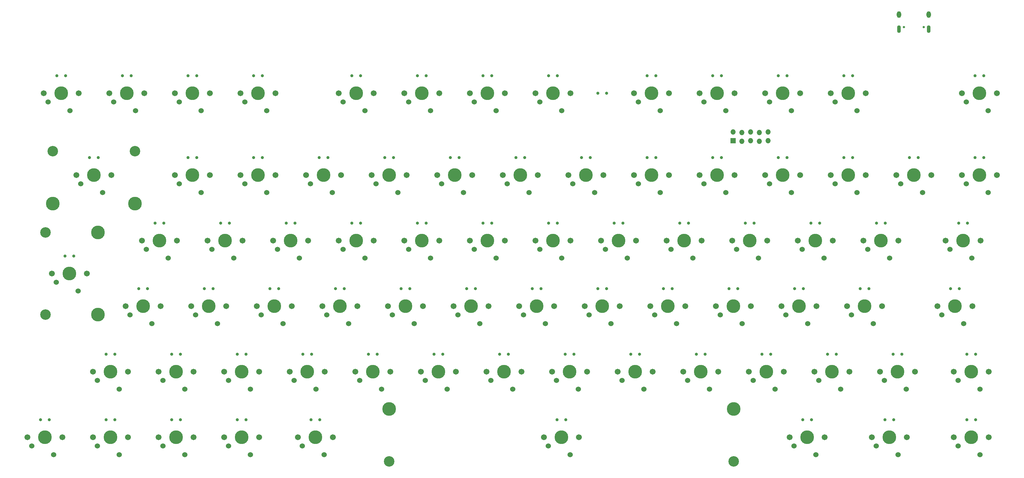
<source format=gbr>
%TF.GenerationSoftware,KiCad,Pcbnew,(6.0.2)*%
%TF.CreationDate,2022-03-05T21:23:46-03:00*%
%TF.ProjectId,BareDevRev2,42617265-4465-4765-9265-76322e6b6963,V1.1.0*%
%TF.SameCoordinates,Original*%
%TF.FileFunction,Soldermask,Bot*%
%TF.FilePolarity,Negative*%
%FSLAX46Y46*%
G04 Gerber Fmt 4.6, Leading zero omitted, Abs format (unit mm)*
G04 Created by KiCad (PCBNEW (6.0.2)) date 2022-03-05 21:23:46*
%MOMM*%
%LPD*%
G01*
G04 APERTURE LIST*
%ADD10C,1.524000*%
%ADD11C,1.701800*%
%ADD12C,3.987800*%
%ADD13C,0.889000*%
%ADD14C,3.048000*%
%ADD15R,1.524000X1.524000*%
%ADD16O,1.524000X1.524000*%
%ADD17C,0.650000*%
%ADD18O,1.100000X2.200000*%
%ADD19O,1.300000X1.900000*%
G04 APERTURE END LIST*
D10*
%TO.C,K_106*%
X182863512Y-52065000D03*
X189213512Y-54605000D03*
D11*
X191753512Y-49525000D03*
X181593512Y-49525000D03*
D12*
X186673512Y-49525000D03*
%TD*%
D11*
%TO.C,K_156*%
X281606012Y-130487500D03*
D10*
X289226012Y-135567500D03*
D12*
X286686012Y-130487500D03*
D11*
X291766012Y-130487500D03*
D10*
X282876012Y-133027500D03*
%TD*%
%TO.C,K_110*%
X97138512Y-52065000D03*
D12*
X100948512Y-49525000D03*
D11*
X106028512Y-49525000D03*
X95868512Y-49525000D03*
D10*
X103488512Y-54605000D03*
%TD*%
%TO.C,K_102*%
X274938512Y-54605000D03*
D11*
X277478512Y-49525000D03*
D12*
X272398512Y-49525000D03*
D10*
X268588512Y-52065000D03*
D11*
X267318512Y-49525000D03*
%TD*%
D13*
%TO.C,LED139*%
X92693512Y-87307500D03*
X90153512Y-87307500D03*
%TD*%
D11*
%TO.C,K_154*%
X72691012Y-111437500D03*
D10*
X63801012Y-113977500D03*
D11*
X62531012Y-111437500D03*
D12*
X67611012Y-111437500D03*
D10*
X70151012Y-116517500D03*
%TD*%
D12*
%TO.C,K_144*%
X258111012Y-111437500D03*
D11*
X263191012Y-111437500D03*
D10*
X254301012Y-113977500D03*
D11*
X253031012Y-111437500D03*
D10*
X260651012Y-116517500D03*
%TD*%
D13*
%TO.C,LED127*%
X54593512Y-68257500D03*
X52053512Y-68257500D03*
%TD*%
D10*
%TO.C,K_149*%
X159051012Y-113977500D03*
D12*
X162861012Y-111437500D03*
D11*
X167941012Y-111437500D03*
X157781012Y-111437500D03*
D10*
X165401012Y-116517500D03*
%TD*%
D13*
%TO.C,LED114*%
X309228512Y-68257500D03*
X311768512Y-68257500D03*
%TD*%
%TO.C,LED152*%
X106981012Y-106357500D03*
X104441012Y-106357500D03*
%TD*%
%TO.C,LED154*%
X66341012Y-106357500D03*
X68881012Y-106357500D03*
%TD*%
%TO.C,LED126*%
X80628512Y-68257500D03*
X83168512Y-68257500D03*
%TD*%
D11*
%TO.C,K_155*%
X303037262Y-130487500D03*
D10*
X304307262Y-133027500D03*
D12*
X308117262Y-130487500D03*
D10*
X310657262Y-135567500D03*
D11*
X313197262Y-130487500D03*
%TD*%
%TO.C,K_147*%
X195881012Y-111437500D03*
X206041012Y-111437500D03*
D10*
X197151012Y-113977500D03*
D12*
X200961012Y-111437500D03*
D10*
X203501012Y-116517500D03*
%TD*%
%TO.C,K_150*%
X140001012Y-113977500D03*
X146351012Y-116517500D03*
D11*
X138731012Y-111437500D03*
X148891012Y-111437500D03*
D12*
X143811012Y-111437500D03*
%TD*%
D13*
%TO.C,LED156*%
X285416012Y-125407500D03*
X287956012Y-125407500D03*
%TD*%
D12*
%TO.C,K_115*%
X291448512Y-73337500D03*
D11*
X286368512Y-73337500D03*
D10*
X293988512Y-78417500D03*
D11*
X296528512Y-73337500D03*
D10*
X287638512Y-75877500D03*
%TD*%
D11*
%TO.C,K_117*%
X258428512Y-73337500D03*
D12*
X253348512Y-73337500D03*
D10*
X255888512Y-78417500D03*
X249538512Y-75877500D03*
D11*
X248268512Y-73337500D03*
%TD*%
D13*
%TO.C,LED117*%
X252078512Y-68257500D03*
X254618512Y-68257500D03*
%TD*%
%TO.C,LED150*%
X145081012Y-106357500D03*
X142541012Y-106357500D03*
%TD*%
D11*
%TO.C,K_173*%
X122697262Y-149537500D03*
D10*
X113807262Y-152077500D03*
D12*
X117617262Y-149537500D03*
D11*
X112537262Y-149537500D03*
D10*
X120157262Y-154617500D03*
%TD*%
D11*
%TO.C,K_127*%
X58403512Y-73337500D03*
D12*
X65261512Y-81592500D03*
X53323512Y-73337500D03*
D11*
X48243512Y-73337500D03*
D12*
X41385512Y-81592500D03*
D10*
X49513512Y-75877500D03*
X55863512Y-78417500D03*
D14*
X41385512Y-66352500D03*
X65261512Y-66352500D03*
%TD*%
D11*
%TO.C,K_112*%
X57768512Y-49525000D03*
D12*
X62848512Y-49525000D03*
D11*
X67928512Y-49525000D03*
D10*
X65388512Y-54605000D03*
X59038512Y-52065000D03*
%TD*%
D13*
%TO.C,LED155*%
X309387262Y-125407500D03*
X306847262Y-125407500D03*
%TD*%
%TO.C,LED118*%
X235568512Y-68257500D03*
X233028512Y-68257500D03*
%TD*%
%TO.C,LED122*%
X156828512Y-68257500D03*
X159368512Y-68257500D03*
%TD*%
%TO.C,LED104*%
X233028512Y-44445000D03*
X235568512Y-44445000D03*
%TD*%
%TO.C,LED167*%
X75866012Y-125407500D03*
X78406012Y-125407500D03*
%TD*%
%TO.C,LED115*%
X292718512Y-68257500D03*
X290178512Y-68257500D03*
%TD*%
%TO.C,LED166*%
X94916012Y-125407500D03*
X97456012Y-125407500D03*
%TD*%
D10*
%TO.C,K_177*%
X35226012Y-152077500D03*
D11*
X33956012Y-149537500D03*
X44116012Y-149537500D03*
D12*
X39036012Y-149537500D03*
D10*
X41576012Y-154617500D03*
%TD*%
D13*
%TO.C,LED148*%
X183181012Y-106357500D03*
X180641012Y-106357500D03*
%TD*%
%TO.C,LED138*%
X111743512Y-87307500D03*
X109203512Y-87307500D03*
%TD*%
%TO.C,LED162*%
X171116012Y-125407500D03*
X173656012Y-125407500D03*
%TD*%
%TO.C,LED106*%
X185403512Y-44445000D03*
X187943512Y-44445000D03*
%TD*%
%TO.C,LED163*%
X154606012Y-125407500D03*
X152066012Y-125407500D03*
%TD*%
%TO.C,LED105*%
X213978512Y-44445000D03*
X216518512Y-44445000D03*
%TD*%
D10*
%TO.C,K_125*%
X103488512Y-78417500D03*
X97138512Y-75877500D03*
D12*
X100948512Y-73337500D03*
D11*
X106028512Y-73337500D03*
X95868512Y-73337500D03*
%TD*%
D13*
%TO.C,LED158*%
X247316012Y-125407500D03*
X249856012Y-125407500D03*
%TD*%
D11*
%TO.C,K_116*%
X267318512Y-73337500D03*
D10*
X268588512Y-75877500D03*
D11*
X277478512Y-73337500D03*
D12*
X272398512Y-73337500D03*
D10*
X274938512Y-78417500D03*
%TD*%
D11*
%TO.C,K_160*%
X205406012Y-130487500D03*
D10*
X206676012Y-133027500D03*
D11*
X215566012Y-130487500D03*
D12*
X210486012Y-130487500D03*
D10*
X213026012Y-135567500D03*
%TD*%
D13*
%TO.C,LED112*%
X64118512Y-44445000D03*
X61578512Y-44445000D03*
%TD*%
%TO.C,LED168*%
X59356012Y-125407500D03*
X56816012Y-125407500D03*
%TD*%
%TO.C,LED109*%
X128253512Y-44445000D03*
X130793512Y-44445000D03*
%TD*%
D12*
%TO.C,K_138*%
X110473512Y-92387500D03*
D11*
X105393512Y-92387500D03*
D10*
X106663512Y-94927500D03*
X113013512Y-97467500D03*
D11*
X115553512Y-92387500D03*
%TD*%
D13*
%TO.C,LED177*%
X37766012Y-144457500D03*
X40306012Y-144457500D03*
%TD*%
%TO.C,LED147*%
X202231012Y-106357500D03*
X199691012Y-106357500D03*
%TD*%
D11*
%TO.C,K_152*%
X100631012Y-111437500D03*
D12*
X105711012Y-111437500D03*
D11*
X110791012Y-111437500D03*
D10*
X101901012Y-113977500D03*
X108251012Y-116517500D03*
%TD*%
D13*
%TO.C,LED144*%
X259381012Y-106357500D03*
X256841012Y-106357500D03*
%TD*%
D15*
%TO.C,X1*%
X238917270Y-63348639D03*
D16*
X238917270Y-60808639D03*
X241457270Y-63475639D03*
X241457270Y-60935639D03*
X243997270Y-63348639D03*
X243997270Y-60808639D03*
X246537270Y-63475639D03*
X246537270Y-60935639D03*
X249077270Y-63348639D03*
X249077270Y-60808639D03*
%TD*%
D13*
%TO.C,LED1*%
X202231012Y-49525000D03*
X199691012Y-49525000D03*
%TD*%
D12*
%TO.C,K_168*%
X58086012Y-130487500D03*
D10*
X60626012Y-135567500D03*
D11*
X53006012Y-130487500D03*
X63166012Y-130487500D03*
D10*
X54276012Y-133027500D03*
%TD*%
D13*
%TO.C,LED140*%
X71103512Y-87307500D03*
X73643512Y-87307500D03*
%TD*%
%TO.C,LED157*%
X266366012Y-125407500D03*
X268906012Y-125407500D03*
%TD*%
D10*
%TO.C,K_158*%
X244776012Y-133027500D03*
D11*
X253666012Y-130487500D03*
X243506012Y-130487500D03*
D12*
X248586012Y-130487500D03*
D10*
X251126012Y-135567500D03*
%TD*%
D11*
%TO.C,K_161*%
X196516012Y-130487500D03*
D10*
X187626012Y-133027500D03*
X193976012Y-135567500D03*
D12*
X191436012Y-130487500D03*
D11*
X186356012Y-130487500D03*
%TD*%
D13*
%TO.C,LED136*%
X147303512Y-87307500D03*
X149843512Y-87307500D03*
%TD*%
D12*
%TO.C,K_137*%
X129523512Y-92387500D03*
D10*
X125713512Y-94927500D03*
D11*
X124443512Y-92387500D03*
D10*
X132063512Y-97467500D03*
D11*
X134603512Y-92387500D03*
%TD*%
%TO.C,K_175*%
X72056012Y-149537500D03*
X82216012Y-149537500D03*
D10*
X73326012Y-152077500D03*
X79676012Y-154617500D03*
D12*
X77136012Y-149537500D03*
%TD*%
D13*
%TO.C,LED171*%
X261762262Y-144457500D03*
X259222262Y-144457500D03*
%TD*%
%TO.C,LED142*%
X304624762Y-106357500D03*
X302084762Y-106357500D03*
%TD*%
%TO.C,LED161*%
X190166012Y-125407500D03*
X192706012Y-125407500D03*
%TD*%
D11*
%TO.C,K_126*%
X86978512Y-73337500D03*
X76818512Y-73337500D03*
D10*
X84438512Y-78417500D03*
X78088512Y-75877500D03*
D12*
X81898512Y-73337500D03*
%TD*%
D10*
%TO.C,K_142*%
X299544762Y-113977500D03*
D11*
X298274762Y-111437500D03*
D12*
X303354762Y-111437500D03*
D10*
X305894762Y-116517500D03*
D11*
X308434762Y-111437500D03*
%TD*%
D13*
%TO.C,LED165*%
X116506012Y-125407500D03*
X113966012Y-125407500D03*
%TD*%
D10*
%TO.C,K_143*%
X279701012Y-116517500D03*
X273351012Y-113977500D03*
D12*
X277161012Y-111437500D03*
D11*
X282241012Y-111437500D03*
X272081012Y-111437500D03*
%TD*%
D13*
%TO.C,LED103*%
X252083512Y-44445000D03*
X254623512Y-44445000D03*
%TD*%
%TO.C,LED110*%
X99678512Y-44445000D03*
X102218512Y-44445000D03*
%TD*%
D11*
%TO.C,K_101*%
X315578512Y-49525000D03*
D10*
X313038512Y-54605000D03*
D11*
X305418512Y-49525000D03*
D12*
X310498512Y-49525000D03*
D10*
X306688512Y-52065000D03*
%TD*%
D12*
%TO.C,K_130*%
X262873512Y-92387500D03*
D10*
X265413512Y-97467500D03*
D11*
X257793512Y-92387500D03*
D10*
X259063512Y-94927500D03*
D11*
X267953512Y-92387500D03*
%TD*%
D13*
%TO.C,LED172*%
X190324762Y-144457500D03*
X187784762Y-144457500D03*
%TD*%
D12*
%TO.C,K_159*%
X229536012Y-130487500D03*
D11*
X224456012Y-130487500D03*
X234616012Y-130487500D03*
D10*
X225726012Y-133027500D03*
X232076012Y-135567500D03*
%TD*%
D11*
%TO.C,K_131*%
X248903512Y-92387500D03*
X238743512Y-92387500D03*
D10*
X240013512Y-94927500D03*
X246363512Y-97467500D03*
D12*
X243823512Y-92387500D03*
%TD*%
D11*
%TO.C,K_135*%
X172703512Y-92387500D03*
X162543512Y-92387500D03*
D12*
X167623512Y-92387500D03*
D10*
X163813512Y-94927500D03*
X170163512Y-97467500D03*
%TD*%
D11*
%TO.C,K_109*%
X124443512Y-49525000D03*
D12*
X129523512Y-49525000D03*
D11*
X134603512Y-49525000D03*
D10*
X125713512Y-52065000D03*
X132063512Y-54605000D03*
%TD*%
%TO.C,K_108*%
X151113512Y-54605000D03*
D12*
X148573512Y-49525000D03*
D10*
X144763512Y-52065000D03*
D11*
X143493512Y-49525000D03*
X153653512Y-49525000D03*
%TD*%
D13*
%TO.C,LED101*%
X311768330Y-44445440D03*
X309228330Y-44445440D03*
%TD*%
%TO.C,LED120*%
X197468512Y-68257500D03*
X194928512Y-68257500D03*
%TD*%
D10*
%TO.C,K_132*%
X227313512Y-97467500D03*
D11*
X229853512Y-92387500D03*
D12*
X224773512Y-92387500D03*
D11*
X219693512Y-92387500D03*
D10*
X220963512Y-94927500D03*
%TD*%
D13*
%TO.C,LED134*%
X185403512Y-87307500D03*
X187943512Y-87307500D03*
%TD*%
%TO.C,LED174*%
X94916012Y-144457500D03*
X97456012Y-144457500D03*
%TD*%
D11*
%TO.C,K_107*%
X162543512Y-49525000D03*
X172703512Y-49525000D03*
D10*
X163813512Y-52065000D03*
D12*
X167623512Y-49525000D03*
D10*
X170163512Y-54605000D03*
%TD*%
%TO.C,K_171*%
X256682262Y-152077500D03*
X263032262Y-154617500D03*
D11*
X265572262Y-149537500D03*
D12*
X260492262Y-149537500D03*
D11*
X255412262Y-149537500D03*
%TD*%
D17*
%TO.C,J401*%
X288558512Y-30316354D03*
X294338512Y-30316354D03*
D18*
X295748512Y-30867354D03*
D19*
X295748512Y-26667354D03*
X287148512Y-26667354D03*
D18*
X287148512Y-30867354D03*
%TD*%
D13*
%TO.C,LED176*%
X56816012Y-144457500D03*
X59356012Y-144457500D03*
%TD*%
D12*
%TO.C,K_140*%
X72373512Y-92387500D03*
D11*
X67293512Y-92387500D03*
D10*
X68563512Y-94927500D03*
D11*
X77453512Y-92387500D03*
D10*
X74913512Y-97467500D03*
%TD*%
D13*
%TO.C,LED133*%
X204453512Y-87307500D03*
X206993512Y-87307500D03*
%TD*%
D12*
%TO.C,K_123*%
X139048512Y-73337500D03*
D11*
X133968512Y-73337500D03*
D10*
X135238512Y-75877500D03*
D11*
X144128512Y-73337500D03*
D10*
X141588512Y-78417500D03*
%TD*%
D11*
%TO.C,K_148*%
X186991012Y-111437500D03*
D10*
X184451012Y-116517500D03*
X178101012Y-113977500D03*
D11*
X176831012Y-111437500D03*
D12*
X181911012Y-111437500D03*
%TD*%
D11*
%TO.C,K_124*%
X125078512Y-73337500D03*
D10*
X116188512Y-75877500D03*
D11*
X114918512Y-73337500D03*
D12*
X119998512Y-73337500D03*
D10*
X122538512Y-78417500D03*
%TD*%
D13*
%TO.C,LED169*%
X309387262Y-144457500D03*
X306847262Y-144457500D03*
%TD*%
D11*
%TO.C,K_166*%
X91106012Y-130487500D03*
D10*
X98726012Y-135567500D03*
X92376012Y-133027500D03*
D11*
X101266012Y-130487500D03*
D12*
X96186012Y-130487500D03*
%TD*%
D11*
%TO.C,K_167*%
X72056012Y-130487500D03*
X82216012Y-130487500D03*
D10*
X73326012Y-133027500D03*
D12*
X77136012Y-130487500D03*
D10*
X79676012Y-135567500D03*
%TD*%
%TO.C,K_103*%
X249543512Y-52065000D03*
D11*
X258433512Y-49525000D03*
D12*
X253353512Y-49525000D03*
D10*
X255893512Y-54605000D03*
D11*
X248273512Y-49525000D03*
%TD*%
D10*
%TO.C,K_129*%
X278113512Y-94927500D03*
D11*
X276843512Y-92387500D03*
D12*
X281923512Y-92387500D03*
D10*
X284463512Y-97467500D03*
D11*
X287003512Y-92387500D03*
%TD*%
D10*
%TO.C,K_165*%
X117776012Y-135567500D03*
X111426012Y-133027500D03*
D11*
X120316012Y-130487500D03*
X110156012Y-130487500D03*
D12*
X115236012Y-130487500D03*
%TD*%
D13*
%TO.C,LED119*%
X213978512Y-68257500D03*
X216518512Y-68257500D03*
%TD*%
D10*
%TO.C,K_151*%
X127301012Y-116517500D03*
D12*
X124761012Y-111437500D03*
D11*
X129841012Y-111437500D03*
X119681012Y-111437500D03*
D10*
X120951012Y-113977500D03*
%TD*%
D13*
%TO.C,LED151*%
X123491012Y-106357500D03*
X126031012Y-106357500D03*
%TD*%
%TO.C,LED121*%
X178418512Y-68257500D03*
X175878512Y-68257500D03*
%TD*%
%TO.C,LED153*%
X85391012Y-106357500D03*
X87931012Y-106357500D03*
%TD*%
D12*
%TO.C,K_139*%
X91423512Y-92387500D03*
D11*
X96503512Y-92387500D03*
D10*
X87613512Y-94927500D03*
D11*
X86343512Y-92387500D03*
D10*
X93963512Y-97467500D03*
%TD*%
%TO.C,K_119*%
X217788512Y-78417500D03*
X211438512Y-75877500D03*
D11*
X210168512Y-73337500D03*
X220328512Y-73337500D03*
D12*
X215248512Y-73337500D03*
%TD*%
D11*
%TO.C,K_114*%
X315578512Y-73337500D03*
D10*
X313038512Y-78417500D03*
D11*
X305418512Y-73337500D03*
D10*
X306688512Y-75877500D03*
D12*
X310498512Y-73337500D03*
%TD*%
D10*
%TO.C,K_157*%
X263826012Y-133027500D03*
D11*
X262556012Y-130487500D03*
D12*
X267636012Y-130487500D03*
D11*
X272716012Y-130487500D03*
D10*
X270176012Y-135567500D03*
%TD*%
D11*
%TO.C,K_113*%
X38718512Y-49525000D03*
D12*
X43798512Y-49525000D03*
D10*
X46338512Y-54605000D03*
D11*
X48878512Y-49525000D03*
D10*
X39988512Y-52065000D03*
%TD*%
%TO.C,K_169*%
X310657262Y-154617500D03*
D11*
X313197262Y-149537500D03*
D12*
X308117262Y-149537500D03*
D11*
X303037262Y-149537500D03*
D10*
X304307262Y-152077500D03*
%TD*%
D11*
%TO.C,K_164*%
X139366012Y-130487500D03*
X129206012Y-130487500D03*
D12*
X134286012Y-130487500D03*
D10*
X136826012Y-135567500D03*
X130476012Y-133027500D03*
%TD*%
D13*
%TO.C,LED123*%
X137778512Y-68257500D03*
X140318512Y-68257500D03*
%TD*%
D12*
%TO.C,K_153*%
X86661012Y-111437500D03*
D11*
X91741012Y-111437500D03*
X81581012Y-111437500D03*
D10*
X89201012Y-116517500D03*
X82851012Y-113977500D03*
%TD*%
D12*
%TO.C,K_118*%
X234298512Y-73337500D03*
D11*
X229218512Y-73337500D03*
D10*
X230488512Y-75877500D03*
X236838512Y-78417500D03*
D11*
X239378512Y-73337500D03*
%TD*%
D10*
%TO.C,K_145*%
X235251012Y-113977500D03*
D12*
X239061012Y-111437500D03*
D11*
X233981012Y-111437500D03*
X244141012Y-111437500D03*
D10*
X241601012Y-116517500D03*
%TD*%
D13*
%TO.C,LED149*%
X161591012Y-106357500D03*
X164131012Y-106357500D03*
%TD*%
%TO.C,LED128*%
X307006012Y-87307500D03*
X304466012Y-87307500D03*
%TD*%
%TO.C,LED129*%
X280653512Y-87307500D03*
X283193512Y-87307500D03*
%TD*%
D11*
%TO.C,K_120*%
X191118512Y-73337500D03*
D10*
X192388512Y-75877500D03*
D11*
X201278512Y-73337500D03*
D12*
X196198512Y-73337500D03*
D10*
X198738512Y-78417500D03*
%TD*%
D13*
%TO.C,LED125*%
X99678512Y-68257500D03*
X102218512Y-68257500D03*
%TD*%
%TO.C,LED143*%
X275891012Y-106357500D03*
X278431012Y-106357500D03*
%TD*%
D12*
%TO.C,K_172*%
X239092762Y-141282500D03*
D10*
X185244762Y-152077500D03*
D12*
X189054762Y-149537500D03*
D11*
X194134762Y-149537500D03*
D14*
X239092762Y-156522500D03*
D11*
X183974762Y-149537500D03*
D14*
X139016762Y-156522500D03*
D12*
X139016762Y-141282500D03*
D10*
X191594762Y-154617500D03*
%TD*%
%TO.C,K_121*%
X179688512Y-78417500D03*
D12*
X177148512Y-73337500D03*
D10*
X173338512Y-75877500D03*
D11*
X172068512Y-73337500D03*
X182228512Y-73337500D03*
%TD*%
%TO.C,K_104*%
X239378512Y-49525000D03*
D10*
X230488512Y-52065000D03*
X236838512Y-54605000D03*
D12*
X234298512Y-49525000D03*
D11*
X229218512Y-49525000D03*
%TD*%
D10*
%TO.C,K_162*%
X174926012Y-135567500D03*
X168576012Y-133027500D03*
D12*
X172386012Y-130487500D03*
D11*
X177466012Y-130487500D03*
X167306012Y-130487500D03*
%TD*%
%TO.C,K_146*%
X225091012Y-111437500D03*
X214931012Y-111437500D03*
D12*
X220011012Y-111437500D03*
D10*
X216201012Y-113977500D03*
X222551012Y-116517500D03*
%TD*%
%TO.C,K_134*%
X189213512Y-97467500D03*
D12*
X186673512Y-92387500D03*
D11*
X191753512Y-92387500D03*
X181593512Y-92387500D03*
D10*
X182863512Y-94927500D03*
%TD*%
D13*
%TO.C,LED132*%
X223503512Y-87307500D03*
X226043512Y-87307500D03*
%TD*%
%TO.C,LED111*%
X83168512Y-44445000D03*
X80628512Y-44445000D03*
%TD*%
%TO.C,LED102*%
X273668512Y-44445000D03*
X271128512Y-44445000D03*
%TD*%
%TO.C,LED170*%
X283034762Y-144457500D03*
X285574762Y-144457500D03*
%TD*%
D11*
%TO.C,K_163*%
X148256012Y-130487500D03*
D10*
X155876012Y-135567500D03*
X149526012Y-133027500D03*
D11*
X158416012Y-130487500D03*
D12*
X153336012Y-130487500D03*
%TD*%
D13*
%TO.C,LED131*%
X245093512Y-87307500D03*
X242553512Y-87307500D03*
%TD*%
D11*
%TO.C,K_136*%
X153653512Y-92387500D03*
D10*
X144763512Y-94927500D03*
D12*
X148573512Y-92387500D03*
D11*
X143493512Y-92387500D03*
D10*
X151113512Y-97467500D03*
%TD*%
D13*
%TO.C,LED175*%
X78406012Y-144457500D03*
X75866012Y-144457500D03*
%TD*%
D10*
%TO.C,K_170*%
X286844762Y-154617500D03*
X280494762Y-152077500D03*
D12*
X284304762Y-149537500D03*
D11*
X279224762Y-149537500D03*
X289384762Y-149537500D03*
%TD*%
D13*
%TO.C,LED173*%
X118887262Y-144457500D03*
X116347262Y-144457500D03*
%TD*%
%TO.C,LED137*%
X128253512Y-87307500D03*
X130793512Y-87307500D03*
%TD*%
%TO.C,LED145*%
X237791012Y-106357500D03*
X240331012Y-106357500D03*
%TD*%
%TO.C,LED160*%
X211756012Y-125407500D03*
X209216012Y-125407500D03*
%TD*%
%TO.C,LED146*%
X221281012Y-106357500D03*
X218741012Y-106357500D03*
%TD*%
D11*
%TO.C,K_111*%
X76818512Y-49525000D03*
D10*
X78088512Y-52065000D03*
D11*
X86978512Y-49525000D03*
D10*
X84438512Y-54605000D03*
D12*
X81898512Y-49525000D03*
%TD*%
D11*
%TO.C,K_174*%
X101266012Y-149537500D03*
D10*
X98726012Y-154617500D03*
X92376012Y-152077500D03*
D11*
X91106012Y-149537500D03*
D12*
X96186012Y-149537500D03*
%TD*%
D13*
%TO.C,LED141*%
X44909762Y-96832500D03*
X47449762Y-96832500D03*
%TD*%
D12*
%TO.C,K_133*%
X205723512Y-92387500D03*
D11*
X210803512Y-92387500D03*
D10*
X208263512Y-97467500D03*
X201913512Y-94927500D03*
D11*
X200643512Y-92387500D03*
%TD*%
D13*
%TO.C,LED130*%
X261603512Y-87307500D03*
X264143512Y-87307500D03*
%TD*%
%TO.C,LED164*%
X133016012Y-125407500D03*
X135556012Y-125407500D03*
%TD*%
%TO.C,LED108*%
X147303512Y-44445000D03*
X149843512Y-44445000D03*
%TD*%
D11*
%TO.C,K_176*%
X53006012Y-149537500D03*
X63166012Y-149537500D03*
D10*
X60626012Y-154617500D03*
D12*
X58086012Y-149537500D03*
D10*
X54276012Y-152077500D03*
%TD*%
D11*
%TO.C,K_105*%
X220328512Y-49525000D03*
D10*
X211438512Y-52065000D03*
D11*
X210168512Y-49525000D03*
D10*
X217788512Y-54605000D03*
D12*
X215248512Y-49525000D03*
%TD*%
D13*
%TO.C,LED135*%
X168893512Y-87307500D03*
X166353512Y-87307500D03*
%TD*%
D12*
%TO.C,K_122*%
X158098512Y-73337500D03*
D10*
X160638512Y-78417500D03*
X154288512Y-75877500D03*
D11*
X153018512Y-73337500D03*
X163178512Y-73337500D03*
%TD*%
D12*
%TO.C,K_128*%
X305736012Y-92387500D03*
D10*
X301926012Y-94927500D03*
D11*
X310816012Y-92387500D03*
X300656012Y-92387500D03*
D10*
X308276012Y-97467500D03*
%TD*%
D13*
%TO.C,LED159*%
X228266012Y-125407500D03*
X230806012Y-125407500D03*
%TD*%
%TO.C,LED113*%
X45068512Y-44445000D03*
X42528512Y-44445000D03*
%TD*%
%TO.C,LED107*%
X168893512Y-44445000D03*
X166353512Y-44445000D03*
%TD*%
%TO.C,LED124*%
X118728512Y-68257500D03*
X121268512Y-68257500D03*
%TD*%
%TO.C,LED116*%
X273668512Y-68257500D03*
X271128512Y-68257500D03*
%TD*%
D14*
%TO.C,K_141*%
X39194762Y-89974500D03*
D12*
X54434762Y-113850500D03*
D10*
X48719762Y-106992500D03*
D12*
X54434762Y-89974500D03*
D14*
X39194762Y-113850500D03*
D10*
X42369762Y-104452500D03*
D11*
X51259762Y-101912500D03*
D12*
X46179762Y-101912500D03*
D11*
X41099762Y-101912500D03*
%TD*%
M02*

</source>
